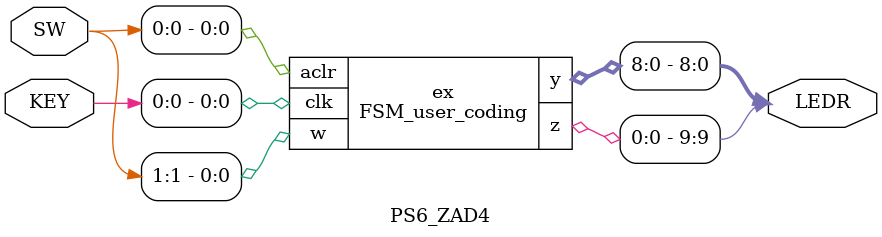
<source format=v>
module FSM_user_coding(
	input w,clk,aclr,
	output reg z,
	output reg [8:0] y);

	reg [3:0] y_Q,Y_D;
// present state 
// next state
	localparam [3:0]
	A = 4'b0000,
// kody stanów
	B = 4'b0001,
	C = 4'b0010,
	D = 4'b0011,
	E = 4'b0100,
	F = 4'b0101,
	G = 4'b0110,
	H = 4'b0111,
	I = 4'b1000;

	always @(*)
	// defenicia przejść
	case (y_Q)
		A:

		if (!w) begin 
					Y_D = B;
					y[0]=1;
					y[1]=0;
					y[2]=0;
					y[3]=0;
					end
			
		else begin	
				Y_D = F;
				y[0]=1;
				y[2]=1;
				y[1]=0;
				y[3]=0;
					end

		B:

		if (!w) begin
					Y_D = C;
					y[0]=0;
					y[1]=1;
					y[2]=0;
					y[3]=0;
					end

		else begin
		Y_D = F;
				y[0]=1;
				y[2]=1;
				y[1]=0;
				y[3]=0;
					end
	
		C:

		if (!w) begin 
					Y_D = D;
					y[0]=1;
					y[1]=1;
					y[2]=0;
					y[3]=0;
					end

		else begin
		Y_D = F;
				y[0]=1;
				y[2]=1;
				y[1]=0;
				y[3]=0;
					end

		D:

		if (!w) begin 
					Y_D = E;
					y[0]=0;
					y[1]=0;
					y[2]=1;
					y[3]=0;
					end

		else begin
		Y_D = F;
				y[0]=1;
				y[2]=1;
				y[1]=0;
				y[3]=0;
					end

		E:

		if (!w) begin 
					Y_D = E;
					y[0]=0;
					y[1]=0;
					y[2]=1;
					y[3]=0;
					end

		else begin
		Y_D = F;
				y[0]=1;
				y[2]=1;
				y[1]=0;
				y[3]=0;
					end

		F:

		if (!w) begin 
					Y_D = B;
					y[0]=1;
					y[1]=0;
					y[2]=0;
					y[3]=0;
					end
			

		else begin 
					Y_D = G;
					y[0]=0;
					y[1]=1;
					y[2]=1;
					y[3]=0;
					end

		G:

		if (!w) begin 
					Y_D = B;
					y[0]=1;
					y[1]=0;
					y[2]=0;
					y[3]=0;
					end
			

		else begin 
					Y_D = H;
					y[0]=1;
					y[1]=1;
					y[2]=1;
					y[3]=0;
					end

		H:

		if (!w) begin 
					Y_D = B;
					y[0]=1;
					y[1]=0;
					y[2]=0;
					y[3]=0;
					end
			

		else begin 
					Y_D = I;
					y[0]=0;
					y[1]=0;
					y[2]=0;
					y[3]=1;
					end
			
		I:
		
		if (!w) begin 
					Y_D = B;
					y[0]=1;
					y[1]=0;
					y[2]=0;
					y[3]=0;
					end
			

		else begin 
					Y_D = I;
					y[0]=0;
					y[1]=0;
					y[2]=0;
					y[3]=1;
					end

		default:

		Y_D = 4'bxxxx;

endcase



always @(posedge clk,negedge aclr)

// defenicja pamęci

if (~aclr)

y_Q <= 0;

else

y_Q <= Y_D;

always @(*)

// defenicja wyjść

z = (y_Q == E) | (y_Q == I);

endmodule


module PS6_ZAD4(
input [1:0] SW,
input [1:0] KEY,
output [9:0] LEDR);

FSM_user_coding ex(SW[1],KEY[0],SW[0],LEDR[9],LEDR[8:0]);

endmodule
</source>
